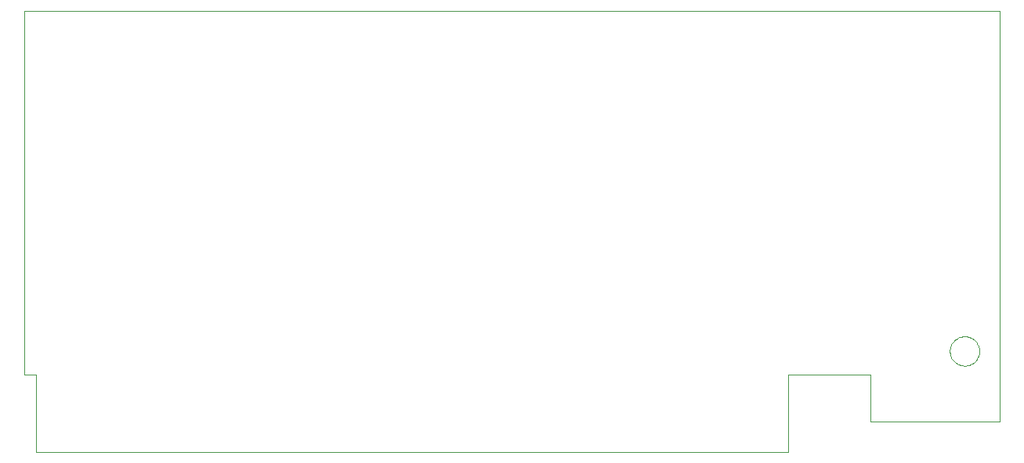
<source format=gko>
G75*
%MOIN*%
%OFA0B0*%
%FSLAX24Y24*%
%IPPOS*%
%LPD*%
%AMOC8*
5,1,8,0,0,1.08239X$1,22.5*
%
%ADD10C,0.0000*%
D10*
X000680Y000140D02*
X032680Y000140D01*
X032680Y003440D01*
X036180Y003440D01*
X036180Y001440D01*
X041680Y001440D01*
X041680Y018936D01*
X000180Y018936D01*
X000180Y003440D01*
X000680Y003440D01*
X000680Y000140D01*
X039555Y004440D02*
X039557Y004490D01*
X039563Y004539D01*
X039573Y004588D01*
X039586Y004635D01*
X039604Y004682D01*
X039625Y004727D01*
X039649Y004770D01*
X039677Y004811D01*
X039708Y004850D01*
X039742Y004886D01*
X039779Y004920D01*
X039819Y004950D01*
X039860Y004977D01*
X039904Y005001D01*
X039949Y005021D01*
X039996Y005037D01*
X040044Y005050D01*
X040093Y005059D01*
X040143Y005064D01*
X040192Y005065D01*
X040242Y005062D01*
X040291Y005055D01*
X040340Y005044D01*
X040387Y005030D01*
X040433Y005011D01*
X040478Y004989D01*
X040521Y004964D01*
X040561Y004935D01*
X040599Y004903D01*
X040635Y004869D01*
X040668Y004831D01*
X040697Y004791D01*
X040723Y004749D01*
X040746Y004705D01*
X040765Y004659D01*
X040781Y004612D01*
X040793Y004563D01*
X040801Y004514D01*
X040805Y004465D01*
X040805Y004415D01*
X040801Y004366D01*
X040793Y004317D01*
X040781Y004268D01*
X040765Y004221D01*
X040746Y004175D01*
X040723Y004131D01*
X040697Y004089D01*
X040668Y004049D01*
X040635Y004011D01*
X040599Y003977D01*
X040561Y003945D01*
X040521Y003916D01*
X040478Y003891D01*
X040433Y003869D01*
X040387Y003850D01*
X040340Y003836D01*
X040291Y003825D01*
X040242Y003818D01*
X040192Y003815D01*
X040143Y003816D01*
X040093Y003821D01*
X040044Y003830D01*
X039996Y003843D01*
X039949Y003859D01*
X039904Y003879D01*
X039860Y003903D01*
X039819Y003930D01*
X039779Y003960D01*
X039742Y003994D01*
X039708Y004030D01*
X039677Y004069D01*
X039649Y004110D01*
X039625Y004153D01*
X039604Y004198D01*
X039586Y004245D01*
X039573Y004292D01*
X039563Y004341D01*
X039557Y004390D01*
X039555Y004440D01*
M02*

</source>
